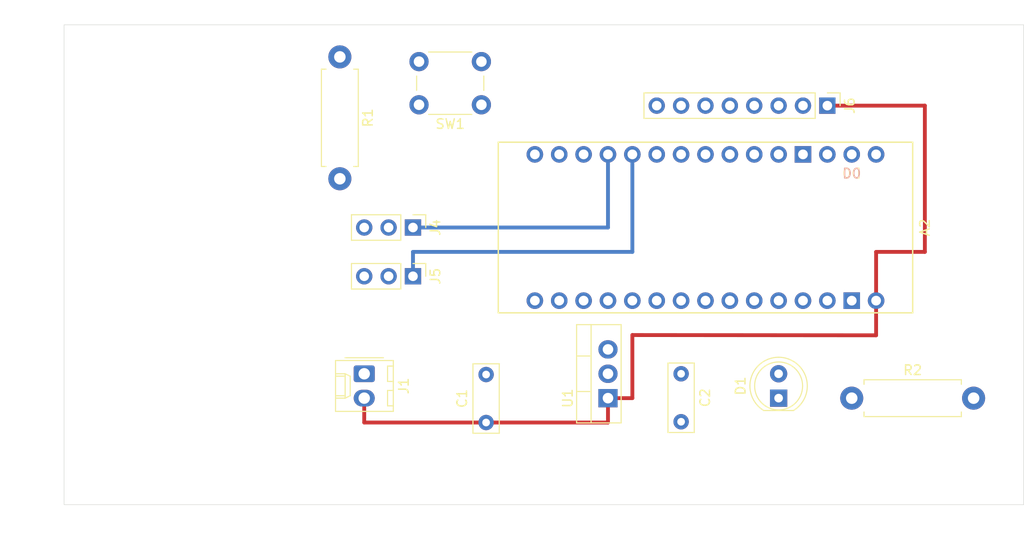
<source format=kicad_pcb>
(kicad_pcb (version 20240108) (generator "pcbnew") (generator_version "8.0")
  (layers (0 "F.Cu" signal) (1 "In1.Cu" signal) (2 "In2.Cu" signal) (3 "In3.Cu" signal) (4 "In4.Cu" signal) (5 "In5.Cu" signal) (6 "In6.Cu" signal) (7 "In7.Cu" signal) (8 "In8.Cu" signal) (9 "In9.Cu" signal) (10 "In10.Cu" signal) (31 "B.Cu" signal) (34 "B.Paste" user) (35 "F.Paste" user) (36 "B.SilkS" user "B.Silkscreen") (37 "F.SilkS" user "F.Silkscreen") (38 "B.Mask" user) (39 "F.Mask" user) (44 "Edge.Cuts" user))
  (net 0 "")
  (net 2 "/Sensor5")
  (net 3 "/PWM_IZQ")
  (net 7 "/Boton_encendido")
  (net 9 "/Sensor2")
  (net 10 "/Sensor6")
  (net 13 "GND")
  (net 17 "/Sensor3")
  (net 19 "Net-(D1-A)")
  (net 21 "/PWM_DER")
  (net 22 "/Sensor4")
  (net 23 "+5V")
  (net 24 "/Sensor1")
  (net 27 "VCC")
  (net 29 "/Salida Regulador")
  (net 30 "Net-(D1-K)")
  (footprint "Connector_Molex:Molex_KK-254_AE-6410-02A_1x02_P2.54mm_Vertical" (layer "F.Cu") (at 81.28 86.36 -90)
    (property "Reference" "J1" (at 1.27 -4.12 90) (layer "F.SilkS"))
    (property "Value" "Battery")
    (fp_line (start -1.38 2.99) (end 3.92 2.99) (stroke (width 0.12)) (layer "F.SilkS"))
    (fp_line (start 0 2.99) (end 0 1.99) (stroke (width 0.12)) (layer "F.SilkS"))
    (fp_line (start 0.25 2.99) (end 0.25 1.99) (stroke (width 0.12)) (layer "F.SilkS"))
    (fp_line (start 2.29 2.99) (end 2.29 1.99) (stroke (width 0.12)) (layer "F.SilkS"))
    (fp_line (start 3.92 2.99) (end 3.92 -3.03) (stroke (width 0.12)) (layer "F.SilkS"))
    (fp_line (start 0 1.99) (end 2.54 1.99) (stroke (width 0.12)) (layer "F.SilkS"))
    (fp_line (start 0 1.99) (end 0.25 1.46) (stroke (width 0.12)) (layer "F.SilkS"))
    (fp_line (start 2.54 1.99) (end 2.54 2.99) (stroke (width 0.12)) (layer "F.SilkS"))
    (fp_line (start 0.25 1.46) (end 2.29 1.46) (stroke (width 0.12)) (layer "F.SilkS"))
    (fp_line (start 2.29 1.46) (end 2.54 1.99) (stroke (width 0.12)) (layer "F.SilkS"))
    (fp_line (start -1.67 -2) (end -1.67 2) (stroke (width 0.12)) (layer "F.SilkS"))
    (fp_line (start -0.8 -2.43) (end 0.8 -2.43) (stroke (width 0.12)) (layer "F.SilkS"))
    (fp_line (start 0.8 -2.43) (end 0.8 -3.03) (stroke (width 0.12)) (layer "F.SilkS"))
    (fp_line (start 1.74 -2.43) (end 3.34 -2.43) (stroke (width 0.12)) (layer "F.SilkS"))
    (fp_line (start 3.34 -2.43) (end 3.34 -3.03) (stroke (width 0.12)) (layer "F.SilkS"))
    (fp_line (start -1.38 -3.03) (end -1.38 2.99) (stroke (width 0.12)) (layer "F.SilkS"))
    (fp_line (start -0.8 -3.03) (end -0.8 -2.43) (stroke (width 0.12)) (layer "F.SilkS"))
    (fp_line (start 1.74 -3.03) (end 1.74 -2.43) (stroke (width 0.12)) (layer "F.SilkS"))
    (fp_line (start 3.92 -3.03) (end -1.38 -3.03) (stroke (width 0.12)) (layer "F.SilkS"))
    (pad "1" thru_hole roundrect (at 0 0 270) (size 1.74 2.19) (drill 1.19) (layers "*.Cu" "*.Mask") (roundrect_rratio 0.143678) (net 13 "GND"))
    (pad "2" thru_hole oval (at 2.54 0 270) (size 1.74 2.19) (drill 1.19) (layers "*.Cu" "*.Mask") (net 27 "VCC"))
  )
  (footprint "Connector_PinHeader_2.54mm:PinHeader_1x03_P2.54mm_Vertical" (layer "F.Cu") (at 86.36 71.12 -90)
    (property "Reference" "J4" (at 0 -2.33 90) (layer "F.SilkS"))
    (property "Value" "Motor Izquierdo")
    (fp_line (start -1.33 6.41) (end 1.33 6.41) (stroke (width 0.12)) (layer "F.SilkS"))
    (fp_line (start -1.33 1.27) (end -1.33 6.41) (stroke (width 0.12)) (layer "F.SilkS"))
    (fp_line (start -1.33 1.27) (end 1.33 1.27) (stroke (width 0.12)) (layer "F.SilkS"))
    (fp_line (start 1.33 1.27) (end 1.33 6.41) (stroke (width 0.12)) (layer "F.SilkS"))
    (fp_line (start -1.33 0) (end -1.33 -1.33) (stroke (width 0.12)) (layer "F.SilkS"))
    (fp_line (start -1.33 -1.33) (end 0 -1.33) (stroke (width 0.12)) (layer "F.SilkS"))
    (pad "1" thru_hole rect (at 0 0 270) (size 1.7 1.7) (drill 1) (layers "*.Cu" "*.Mask") (net 3 "/PWM_IZQ"))
    (pad "2" thru_hole oval (at 0 2.54 270) (size 1.7 1.7) (drill 1) (layers "*.Cu" "*.Mask") (net 29 "/Salida Regulador"))
    (pad "3" thru_hole oval (at 0 5.08 270) (size 1.7 1.7) (drill 1) (layers "*.Cu" "*.Mask") (net 13 "GND"))
  )
  (footprint "PCM_arduino-library:Arduino_Nano_Socket" (layer "F.Cu") (at 95.25 71.12 -90)
    (property "Reference" "A2" (at 0 -44.45 90) (layer "F.SilkS"))
    (property "Value" "Arduino_Nano_Socket")
    (fp_line (start -8.89 0) (end 8.89 0) (stroke (width 0.15)) (layer "F.SilkS"))
    (fp_line (start -8.89 -43.18) (end -8.89 0) (stroke (width 0.15)) (layer "F.SilkS"))
    (fp_line (start -8.89 -43.18) (end 8.89 -43.18) (stroke (width 0.15)) (layer "F.SilkS"))
    (fp_line (start 8.89 -43.18) (end 8.89 0) (stroke (width 0.15)) (layer "F.SilkS"))
    (fp_text user "D0" (at -5.715 -36.83 180) (layer "B.SilkS") (effects (justify mirror)))
    (fp_text user "D0" (at -5.715 -36.83 180) (layer "F.SilkS"))
    (pad "" np_thru_hole circle (at -7.62 -41.91 270) (size 1.8 1.8) (drill 1.8) (layers "F&B.Cu" "*.Mask"))
    (pad "" np_thru_hole circle (at -7.62 -1.27 270) (size 1.8 1.8) (drill 1.8) (layers "F&B.Cu" "*.Mask"))
    (pad "" np_thru_hole circle (at 7.62 -41.91 270) (size 1.8 1.8) (drill 1.8) (layers "F&B.Cu" "*.Mask"))
    (pad "" np_thru_hole circle (at 7.62 -1.27 270) (size 1.8 1.8) (drill 1.8) (layers "F&B.Cu" "*.Mask"))
    (pad "3V3" thru_hole circle (at 7.62 -6.35 270) (size 1.7272 1.7272) (drill 1.016) (layers "*.Cu" "*.Mask"))
    (pad "5V" thru_hole circle (at 7.62 -31.75 270) (size 1.7272 1.7272) (drill 1.016) (layers "*.Cu" "*.Mask") (net 23 "+5V"))
    (pad "A0" thru_hole circle (at 7.62 -11.43 270) (size 1.7272 1.7272) (drill 1.016) (layers "*.Cu" "*.Mask"))
    (pad "A1" thru_hole circle (at 7.62 -13.97 270) (size 1.7272 1.7272) (drill 1.016) (layers "*.Cu" "*.Mask"))
    (pad "A2" thru_hole circle (at 7.62 -16.51 270) (size 1.7272 1.7272) (drill 1.016) (layers "*.Cu" "*.Mask"))
    (pad "A3" thru_hole circle (at 7.62 -19.05 270) (size 1.7272 1.7272) (drill 1.016) (layers "*.Cu" "*.Mask"))
    (pad "A4" thru_hole circle (at 7.62 -21.59 270) (size 1.7272 1.7272) (drill 1.016) (layers "*.Cu" "*.Mask"))
    (pad "A5" thru_hole circle (at 7.62 -24.13 270) (size 1.7272 1.7272) (drill 1.016) (layers "*.Cu" "*.Mask"))
    (pad "A6" thru_hole circle (at 7.62 -26.67 270) (size 1.7272 1.7272) (drill 1.016) (layers "*.Cu" "*.Mask"))
    (pad "A7" thru_hole circle (at 7.62 -29.21 270) (size 1.7272 1.7272) (drill 1.016) (layers "*.Cu" "*.Mask") (net 19 "Net-(D1-A)"))
    (pad "AREF" thru_hole circle (at 7.62 -8.89 270) (size 1.7272 1.7272) (drill 1.016) (layers "*.Cu" "*.Mask"))
    (pad "D0" thru_hole circle (at -7.62 -36.83 270) (size 1.7272 1.7272) (drill 1.016) (layers "*.Cu" "*.Mask"))
    (pad "D1" thru_hole circle (at -7.62 -39.37 270) (size 1.7272 1.7272) (drill 1.016) (layers "*.Cu" "*.Mask"))
    (pad "D2" thru_hole circle (at -7.62 -29.21 270) (size 1.7272 1.7272) (drill 1.016) (layers "*.Cu" "*.Mask") (net 10 "/Sensor6"))
    (pad "D3" thru_hole circle (at -7.62 -26.67 270) (size 1.7272 1.7272) (drill 1.016) (layers "*.Cu" "*.Mask") (net 2 "/Sensor5"))
    (pad "D4" thru_hole circle (at -7.62 -24.13 270) (size 1.7272 1.7272) (drill 1.016) (layers "*.Cu" "*.Mask") (net 22 "/Sensor4"))
    (pad "D5" thru_hole circle (at -7.62 -21.59 270) (size 1.7272 1.7272) (drill 1.016) (layers "*.Cu" "*.Mask") (net 17 "/Sensor3"))
    (pad "D6" thru_hole circle (at -7.62 -19.05 270) (size 1.7272 1.7272) (drill 1.016) (layers "*.Cu" "*.Mask") (net 9 "/Sensor2"))
    (pad "D7" thru_hole circle (at -7.62 -16.51 270) (size 1.7272 1.7272) (drill 1.016) (layers "*.Cu" "*.Mask") (net 24 "/Sensor1"))
    (pad "D8" thru_hole circle (at -7.62 -13.97 270) (size 1.7272 1.7272) (drill 1.016) (layers "*.Cu" "*.Mask") (net 21 "/PWM_DER"))
    (pad "D9" thru_hole circle (at -7.62 -11.43 270) (size 1.7272 1.7272) (drill 1.016) (layers "*.Cu" "*.Mask") (net 3 "/PWM_IZQ"))
    (pad "D10" thru_hole circle (at -7.62 -8.89 270) (size 1.7272 1.7272) (drill 1.016) (layers "*.Cu" "*.Mask") (net 7 "/Boton_encendido"))
    (pad "D11" thru_hole circle (at -7.62 -6.35 270) (size 1.7272 1.7272) (drill 1.016) (layers "*.Cu" "*.Mask"))
    (pad "D12" thru_hole circle (at -7.62 -3.81 270) (size 1.7272 1.7272) (drill 1.016) (layers "*.Cu" "*.Mask"))
    (pad "D13" thru_hole circle (at 7.62 -3.81 270) (size 1.7272 1.7272) (drill 1.016) (layers "*.Cu" "*.Mask"))
    (pad "GND1" thru_hole rect (at -7.62 -31.75 270) (size 1.7272 1.7272) (drill 1.016) (layers "*.Cu" "*.Mask") (net 13 "GND"))
    (pad "GND2" thru_hole rect (at 7.62 -36.83 270) (size 1.7272 1.7272) (drill 1.016) (layers "*.Cu" "*.Mask") (net 13 "GND"))
    (pad "RST1" thru_hole circle (at -7.62 -34.29 270) (size 1.7272 1.7272) (drill 1.016) (layers "*.Cu" "*.Mask"))
    (pad "RST2" thru_hole circle (at 7.62 -34.29 270) (size 1.7272 1.7272) (drill 1.016) (layers "*.Cu" "*.Mask"))
    (pad "VIN" thru_hole circle (at 7.62 -39.37 270) (size 1.7272 1.7272) (drill 1.016) (layers "*.Cu" "*.Mask") (net 27 "VCC"))
  )
  (footprint "LED_THT:LED_D5.0mm" (layer "F.Cu") (at 124.46 88.9 90)
    (property "Reference" "D1" (at 1.27 -3.96 90) (layer "F.SilkS"))
    (property "Value" "LED")
    (fp_line (start -1.29 -1.545) (end -1.29 1.545) (stroke (width 0.12)) (layer "F.SilkS"))
    (fp_arc (start -1.29 -1.54483) (mid 2.072002 -2.880433) (end 4.26 0.000462) (stroke (width 0.12)) (layer "F.SilkS"))
    (fp_arc (start 4.26 -0.000462) (mid 2.072002 2.880433) (end -1.29 1.54483) (stroke (width 0.12)) (layer "F.SilkS"))
    (fp_circle (center 1.27 0) (end 3.77 0) (stroke (width 0.12)) (fill none) (layer "F.SilkS"))
    (pad "1" thru_hole rect (at 0 0 90) (size 1.8 1.8) (drill 0.9) (layers "*.Cu" "*.Mask") (net 30 "Net-(D1-K)"))
    (pad "2" thru_hole circle (at 2.54 0 90) (size 1.8 1.8) (drill 0.9) (layers "*.Cu" "*.Mask") (net 19 "Net-(D1-A)"))
  )
  (footprint "Connector_PinHeader_2.54mm:PinHeader_1x03_P2.54mm_Vertical" (layer "F.Cu") (at 86.36 76.2 -90)
    (property "Reference" "J5" (at 0 -2.33 90) (layer "F.SilkS"))
    (property "Value" "Motor Derecho")
    (fp_line (start -1.33 6.41) (end 1.33 6.41) (stroke (width 0.12)) (layer "F.SilkS"))
    (fp_line (start -1.33 1.27) (end -1.33 6.41) (stroke (width 0.12)) (layer "F.SilkS"))
    (fp_line (start -1.33 1.27) (end 1.33 1.27) (stroke (width 0.12)) (layer "F.SilkS"))
    (fp_line (start 1.33 1.27) (end 1.33 6.41) (stroke (width 0.12)) (layer "F.SilkS"))
    (fp_line (start -1.33 0) (end -1.33 -1.33) (stroke (width 0.12)) (layer "F.SilkS"))
    (fp_line (start -1.33 -1.33) (end 0 -1.33) (stroke (width 0.12)) (layer "F.SilkS"))
    (pad "1" thru_hole rect (at 0 0 270) (size 1.7 1.7) (drill 1) (layers "*.Cu" "*.Mask") (net 21 "/PWM_DER"))
    (pad "2" thru_hole oval (at 0 2.54 270) (size 1.7 1.7) (drill 1) (layers "*.Cu" "*.Mask") (net 29 "/Salida Regulador"))
    (pad "3" thru_hole oval (at 0 5.08 270) (size 1.7 1.7) (drill 1) (layers "*.Cu" "*.Mask") (net 13 "GND"))
  )
  (footprint "Capacitor_THT:C_Disc_D7.0mm_W2.5mm_P5.00mm" (layer "F.Cu") (at 93.98 91.44 90)
    (property "Reference" "C1" (at 2.5 -2.5 90) (layer "F.SilkS"))
    (property "Value" "1u")
    (fp_line (start 6.12 -1.37) (end 6.12 1.37) (stroke (width 0.12)) (layer "F.SilkS"))
    (fp_line (start -1.12 -1.37) (end 6.12 -1.37) (stroke (width 0.12)) (layer "F.SilkS"))
    (fp_line (start -1.12 -1.37) (end -1.12 1.37) (stroke (width 0.12)) (layer "F.SilkS"))
    (fp_line (start -1.12 1.37) (end 6.12 1.37) (stroke (width 0.12)) (layer "F.SilkS"))
    (pad "1" thru_hole circle (at 0 0 90) (size 1.6 1.6) (drill 0.8) (layers "*.Cu" "*.Mask") (net 27 "VCC"))
    (pad "2" thru_hole circle (at 5 0 90) (size 1.6 1.6) (drill 0.8) (layers "*.Cu" "*.Mask") (net 13 "GND"))
  )
  (footprint "Connector_PinHeader_2.54mm:PinHeader_1x08_P2.54mm_Vertical" (layer "F.Cu") (at 129.54 58.42 -90)
    (property "Reference" "J6" (at 0 -2.33 -90) (layer "F.SilkS"))
    (property "Value" "puerto sensores")
    (fp_line (start -1.33 19.11) (end 1.33 19.11) (stroke (width 0.12)) (layer "F.SilkS"))
    (fp_line (start -1.33 1.27) (end -1.33 19.11) (stroke (width 0.12)) (layer "F.SilkS"))
    (fp_line (start -1.33 1.27) (end 1.33 1.27) (stroke (width 0.12)) (layer "F.SilkS"))
    (fp_line (start 1.33 1.27) (end 1.33 19.11) (stroke (width 0.12)) (layer "F.SilkS"))
    (fp_line (start -1.33 0) (end -1.33 -1.33) (stroke (width 0.12)) (layer "F.SilkS"))
    (fp_line (start -1.33 -1.33) (end 0 -1.33) (stroke (width 0.12)) (layer "F.SilkS"))
    (pad "1" thru_hole rect (at 0 0 270) (size 1.7 1.7) (drill 1) (layers "*.Cu" "*.Mask") (net 27 "VCC"))
    (pad "2" thru_hole oval (at 0 2.54 270) (size 1.7 1.7) (drill 1) (layers "*.Cu" "*.Mask") (net 13 "GND"))
    (pad "3" thru_hole oval (at 0 5.08 270) (size 1.7 1.7) (drill 1) (layers "*.Cu" "*.Mask") (net 10 "/Sensor6"))
    (pad "4" thru_hole oval (at 0 7.62 270) (size 1.7 1.7) (drill 1) (layers "*.Cu" "*.Mask") (net 2 "/Sensor5"))
    (pad "5" thru_hole oval (at 0 10.16 270) (size 1.7 1.7) (drill 1) (layers "*.Cu" "*.Mask") (net 22 "/Sensor4"))
    (pad "6" thru_hole oval (at 0 12.7 270) (size 1.7 1.7) (drill 1) (layers "*.Cu" "*.Mask") (net 17 "/Sensor3"))
    (pad "7" thru_hole oval (at 0 15.24 270) (size 1.7 1.7) (drill 1) (layers "*.Cu" "*.Mask") (net 9 "/Sensor2"))
    (pad "8" thru_hole oval (at 0 17.78 270) (size 1.7 1.7) (drill 1) (layers "*.Cu" "*.Mask") (net 24 "/Sensor1"))
  )
  (footprint "Resistor_THT:R_Axial_DIN0411_L9.9mm_D3.6mm_P12.70mm_Horizontal" (layer "F.Cu") (at 132.08 88.902509)
    (property "Reference" "R2" (at 6.35 -2.92 0) (layer "F.SilkS"))
    (property "Value" "330")
    (fp_line (start 1.28 -1.92) (end 11.42 -1.92) (stroke (width 0.12)) (layer "F.SilkS"))
    (fp_line (start 1.28 -1.44) (end 1.28 -1.92) (stroke (width 0.12)) (layer "F.SilkS"))
    (fp_line (start 1.28 1.44) (end 1.28 1.92) (stroke (width 0.12)) (layer "F.SilkS"))
    (fp_line (start 1.28 1.92) (end 11.42 1.92) (stroke (width 0.12)) (layer "F.SilkS"))
    (fp_line (start 11.42 -1.92) (end 11.42 -1.44) (stroke (width 0.12)) (layer "F.SilkS"))
    (fp_line (start 11.42 1.92) (end 11.42 1.44) (stroke (width 0.12)) (layer "F.SilkS"))
    (pad "1" thru_hole circle (at 0 0) (size 2.4 2.4) (drill 1.2) (layers "*.Cu" "*.Mask") (net 30 "Net-(D1-K)"))
    (pad "2" thru_hole oval (at 12.7 0) (size 2.4 2.4) (drill 1.2) (layers "*.Cu" "*.Mask") (net 13 "GND"))
  )
  (footprint "Resistor_THT:R_Axial_DIN0411_L9.9mm_D3.6mm_P12.70mm_Horizontal" (layer "F.Cu") (at 78.74 53.34 -90)
    (property "Reference" "R1" (at 6.35 -2.92 90) (layer "F.SilkS"))
    (property "Value" "1k")
    (fp_line (start 1.28 1.92) (end 11.42 1.92) (stroke (width 0.12)) (layer "F.SilkS"))
    (fp_line (start 11.42 1.92) (end 11.42 1.44) (stroke (width 0.12)) (layer "F.SilkS"))
    (fp_line (start 1.28 1.44) (end 1.28 1.92) (stroke (width 0.12)) (layer "F.SilkS"))
    (fp_line (start 1.28 -1.44) (end 1.28 -1.92) (stroke (width 0.12)) (layer "F.SilkS"))
    (fp_line (start 1.28 -1.92) (end 11.42 -1.92) (stroke (width 0.12)) (layer "F.SilkS"))
    (fp_line (start 11.42 -1.92) (end 11.42 -1.44) (stroke (width 0.12)) (layer "F.SilkS"))
    (pad "1" thru_hole circle (at 0 0 270) (size 2.4 2.4) (drill 1.2) (layers "*.Cu" "*.Mask") (net 7 "/Boton_encendido"))
    (pad "2" thru_hole oval (at 12.7 0 270) (size 2.4 2.4) (drill 1.2) (layers "*.Cu" "*.Mask") (net 13 "GND"))
  )
  (footprint "Capacitor_THT:C_Disc_D7.0mm_W2.5mm_P5.00mm" (layer "F.Cu") (at 114.3 86.36 -90)
    (property "Reference" "C2" (at 2.5 -2.5 90) (layer "F.SilkS"))
    (property "Value" "1u")
    (fp_line (start -1.12 1.37) (end 6.12 1.37) (stroke (width 0.12)) (layer "F.SilkS"))
    (fp_line (start -1.12 -1.37) (end -1.12 1.37) (stroke (width 0.12)) (layer "F.SilkS"))
    (fp_line (start -1.12 -1.37) (end 6.12 -1.37) (stroke (width 0.12)) (layer "F.SilkS"))
    (fp_line (start 6.12 -1.37) (end 6.12 1.37) (stroke (width 0.12)) (layer "F.SilkS"))
    (pad "1" thru_hole circle (at 0 0 270) (size 1.6 1.6) (drill 0.8) (layers "*.Cu" "*.Mask") (net 29 "/Salida Regulador"))
    (pad "2" thru_hole circle (at 5 0 270) (size 1.6 1.6) (drill 0.8) (layers "*.Cu" "*.Mask") (net 13 "GND"))
  )
  (footprint "Package_TO_SOT_THT:TO-220-3_Vertical" (layer "F.Cu") (at 106.68 88.9 90)
    (property "Reference" "U1" (at -0.008264 -4.19301 90) (layer "F.SilkS"))
    (property "Value" "LM7806_TO220")
    (fp_line (start 7.66 -3.27) (end 7.66 1.371) (stroke (width 0.12)) (layer "F.SilkS"))
    (fp_line (start 4.391 -3.27) (end 4.391 -1.76) (stroke (width 0.12)) (layer "F.SilkS"))
    (fp_line (start 0.69 -3.27) (end 0.69 -1.76) (stroke (width 0.12)) (layer "F.SilkS"))
    (fp_line (start -2.58 -3.27) (end 7.66 -3.27) (stroke (width 0.12)) (layer "F.SilkS"))
    (fp_line (start -2.58 -3.27) (end -2.58 1.371) (stroke (width 0.12)) (layer "F.SilkS"))
    (fp_line (start -2.58 -1.76) (end 7.66 -1.76) (stroke (width 0.12)) (layer "F.SilkS"))
    (fp_line (start -2.58 1.371) (end 7.66 1.371) (stroke (width 0.12)) (layer "F.SilkS"))
    (pad "1" thru_hole rect (at 0 0 90) (size 1.905 2) (drill 1.1) (layers "*.Cu" "*.Mask") (net 27 "VCC"))
    (pad "2" thru_hole oval (at 2.54 0 90) (size 1.905 2) (drill 1.1) (layers "*.Cu" "*.Mask") (net 13 "GND"))
    (pad "3" thru_hole oval (at 5.08 0 90) (size 1.905 2) (drill 1.1) (layers "*.Cu" "*.Mask") (net 29 "/Salida Regulador"))
  )
  (footprint "Button_Switch_THT:SW_PUSH_6mm" (layer "F.Cu") (at 93.489359 58.332345 180)
    (property "Reference" "SW1" (at 3.25 -2 360) (layer "F.SilkS"))
    (property "Value" "SW_Push")
    (fp_line (start 6.75 3) (end 6.75 1.5) (stroke (width 0.12)) (layer "F.SilkS"))
    (fp_line (start 5.5 -1) (end 1 -1) (stroke (width 0.12)) (layer "F.SilkS"))
    (fp_line (start 1 5.5) (end 5.5 5.5) (stroke (width 0.12)) (layer "F.SilkS"))
    (fp_line (start -0.25 1.5) (end -0.25 3) (stroke (width 0.12)) (layer "F.SilkS"))
    (pad "1" thru_hole circle (at 0 0 270) (size 2 2) (drill 1.1) (layers "*.Cu" "*.Mask") (net 23 "+5V"))
    (pad "1" thru_hole circle (at 6.5 0 270) (size 2 2) (drill 1.1) (layers "*.Cu" "*.Mask") (net 23 "+5V"))
    (pad "2" thru_hole circle (at 0 4.5 270) (size 2 2) (drill 1.1) (layers "*.Cu" "*.Mask") (net 7 "/Boton_encendido"))
    (pad "2" thru_hole circle (at 6.5 4.5 270) (size 2 2) (drill 1.1) (layers "*.Cu" "*.Mask") (net 7 "/Boton_encendido"))
  )
  (gr_rect (start 50 50) (end 150 100) (stroke (width 0.05)) (fill none) (layer "Edge.Cuts"))
  (segment (start 86.36 71.12) (end 106.68 71.12) (width 0.4) (layer "B.Cu") (net 3))
  (segment (start 106.68 71.12) (end 106.68 63.5) (width 0.4) (layer "B.Cu") (net 3))
  (segment (start 109.22 73.66) (end 109.22 63.5) (width 0.4) (layer "B.Cu") (net 21))
  (segment (start 86.36 73.66) (end 109.22 73.66) (width 0.4) (layer "B.Cu") (net 21))
  (segment (start 86.36 76.2) (end 86.36 73.66) (width 0.4) (layer "B.Cu") (net 21))
  (segment (start 93.892345 58.332345) (end 93.98 58.42) (width 0.4) (layer "F.Cu") (net 23))
  (segment (start 109.22 82.326415) (end 134.62 82.351763) (width 0.4) (layer "F.Cu") (net 27))
  (segment (start 81.28 91.44) (end 81.28 88.9) (width 0.4) (layer "F.Cu") (net 27))
  (segment (start 134.62 82.351763) (end 134.62 78.74) (width 0.4) (layer "F.Cu") (net 27))
  (segment (start 109.22 88.9) (end 109.22 82.326415) (width 0.4) (layer "F.Cu") (net 27))
  (segment (start 106.68 91.44) (end 93.98 91.44) (width 0.4) (layer "F.Cu") (net 27))
  (segment (start 139.7 58.42) (end 139.7 73.66) (width 0.4) (layer "F.Cu") (net 27))
  (segment (start 93.98 91.44) (end 81.28 91.44) (width 0.4) (layer "F.Cu") (net 27))
  (segment (start 106.68 91.44) (end 106.68 88.9) (width 0.4) (layer "F.Cu") (net 27))
  (segment (start 139.7 73.66) (end 134.62 73.66) (width 0.4) (layer "F.Cu") (net 27))
  (segment (start 106.68 88.9) (end 109.22 88.9) (width 0.4) (layer "F.Cu") (net 27))
  (segment (start 129.54 58.42) (end 139.7 58.42) (width 0.4) (layer "F.Cu") (net 27))
  (segment (start 134.62 73.66) (end 134.62 78.74) (width 0.4) (layer "F.Cu") (net 27))
)
</source>
